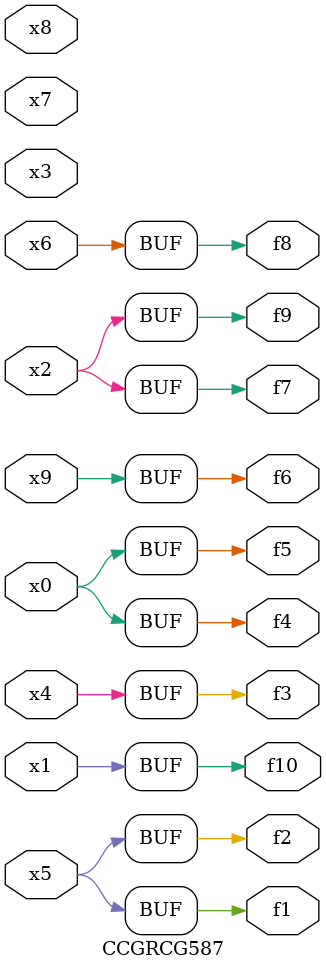
<source format=v>
module CCGRCG587(
	input x0, x1, x2, x3, x4, x5, x6, x7, x8, x9,
	output f1, f2, f3, f4, f5, f6, f7, f8, f9, f10
);
	assign f1 = x5;
	assign f2 = x5;
	assign f3 = x4;
	assign f4 = x0;
	assign f5 = x0;
	assign f6 = x9;
	assign f7 = x2;
	assign f8 = x6;
	assign f9 = x2;
	assign f10 = x1;
endmodule

</source>
